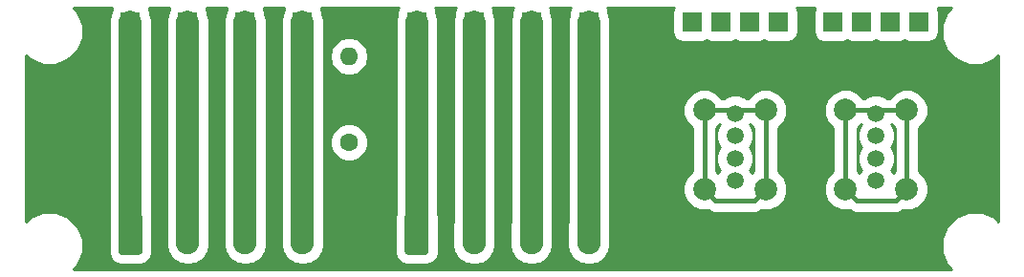
<source format=gbl>
G04 #@! TF.GenerationSoftware,KiCad,Pcbnew,(5.0.2)-1*
G04 #@! TF.CreationDate,2020-01-05T18:08:36+01:00*
G04 #@! TF.ProjectId,EleLab_v2_Frontpanel_a,456c654c-6162-45f7-9632-5f46726f6e74,rev?*
G04 #@! TF.SameCoordinates,Original*
G04 #@! TF.FileFunction,Copper,L2,Bot*
G04 #@! TF.FilePolarity,Positive*
%FSLAX46Y46*%
G04 Gerber Fmt 4.6, Leading zero omitted, Abs format (unit mm)*
G04 Created by KiCad (PCBNEW (5.0.2)-1) date 05/01/2020 18:08:36*
%MOMM*%
%LPD*%
G01*
G04 APERTURE LIST*
G04 #@! TA.AperFunction,ComponentPad*
%ADD10O,2.080000X3.600000*%
G04 #@! TD*
G04 #@! TA.AperFunction,Conductor*
%ADD11C,0.100000*%
G04 #@! TD*
G04 #@! TA.AperFunction,ComponentPad*
%ADD12C,2.080000*%
G04 #@! TD*
G04 #@! TA.AperFunction,ComponentPad*
%ADD13C,1.500000*%
G04 #@! TD*
G04 #@! TA.AperFunction,ComponentPad*
%ADD14C,2.000000*%
G04 #@! TD*
G04 #@! TA.AperFunction,ComponentPad*
%ADD15R,1.700000X1.700000*%
G04 #@! TD*
G04 #@! TA.AperFunction,ComponentPad*
%ADD16C,1.600000*%
G04 #@! TD*
G04 #@! TA.AperFunction,ComponentPad*
%ADD17O,1.600000X1.600000*%
G04 #@! TD*
G04 #@! TA.AperFunction,Conductor*
%ADD18C,2.000000*%
G04 #@! TD*
G04 #@! TA.AperFunction,Conductor*
%ADD19C,0.400000*%
G04 #@! TD*
G04 #@! TA.AperFunction,NonConductor*
%ADD20C,0.254000*%
G04 #@! TD*
G04 APERTURE END LIST*
D10*
G04 #@! TO.P,J1,4*
G04 #@! TO.N,Net-(J1-Pad4)*
X96425000Y-95000000D03*
G04 #@! TO.P,J1,3*
G04 #@! TO.N,Net-(J1-Pad3)*
X91345000Y-95000000D03*
G04 #@! TO.P,J1,2*
G04 #@! TO.N,Net-(J1-Pad2)*
X86265000Y-95000000D03*
D11*
G04 #@! TD*
G04 #@! TO.N,Net-(J1-Pad1)*
G04 #@! TO.C,J1*
G36*
X81999505Y-93201204D02*
X82023773Y-93204804D01*
X82047572Y-93210765D01*
X82070671Y-93219030D01*
X82092850Y-93229520D01*
X82113893Y-93242132D01*
X82133599Y-93256747D01*
X82151777Y-93273223D01*
X82168253Y-93291401D01*
X82182868Y-93311107D01*
X82195480Y-93332150D01*
X82205970Y-93354329D01*
X82214235Y-93377428D01*
X82220196Y-93401227D01*
X82223796Y-93425495D01*
X82225000Y-93449999D01*
X82225000Y-96550001D01*
X82223796Y-96574505D01*
X82220196Y-96598773D01*
X82214235Y-96622572D01*
X82205970Y-96645671D01*
X82195480Y-96667850D01*
X82182868Y-96688893D01*
X82168253Y-96708599D01*
X82151777Y-96726777D01*
X82133599Y-96743253D01*
X82113893Y-96757868D01*
X82092850Y-96770480D01*
X82070671Y-96780970D01*
X82047572Y-96789235D01*
X82023773Y-96795196D01*
X81999505Y-96798796D01*
X81975001Y-96800000D01*
X80394999Y-96800000D01*
X80370495Y-96798796D01*
X80346227Y-96795196D01*
X80322428Y-96789235D01*
X80299329Y-96780970D01*
X80277150Y-96770480D01*
X80256107Y-96757868D01*
X80236401Y-96743253D01*
X80218223Y-96726777D01*
X80201747Y-96708599D01*
X80187132Y-96688893D01*
X80174520Y-96667850D01*
X80164030Y-96645671D01*
X80155765Y-96622572D01*
X80149804Y-96598773D01*
X80146204Y-96574505D01*
X80145000Y-96550001D01*
X80145000Y-93449999D01*
X80146204Y-93425495D01*
X80149804Y-93401227D01*
X80155765Y-93377428D01*
X80164030Y-93354329D01*
X80174520Y-93332150D01*
X80187132Y-93311107D01*
X80201747Y-93291401D01*
X80218223Y-93273223D01*
X80236401Y-93256747D01*
X80256107Y-93242132D01*
X80277150Y-93229520D01*
X80299329Y-93219030D01*
X80322428Y-93210765D01*
X80346227Y-93204804D01*
X80370495Y-93201204D01*
X80394999Y-93200000D01*
X81975001Y-93200000D01*
X81999505Y-93201204D01*
X81999505Y-93201204D01*
G37*
D12*
G04 #@! TO.P,J1,1*
G04 #@! TO.N,Net-(J1-Pad1)*
X81185000Y-95000000D03*
G04 #@! TD*
D11*
G04 #@! TO.N,Net-(J2-Pad1)*
G04 #@! TO.C,J2*
G36*
X107344505Y-93201204D02*
X107368773Y-93204804D01*
X107392572Y-93210765D01*
X107415671Y-93219030D01*
X107437850Y-93229520D01*
X107458893Y-93242132D01*
X107478599Y-93256747D01*
X107496777Y-93273223D01*
X107513253Y-93291401D01*
X107527868Y-93311107D01*
X107540480Y-93332150D01*
X107550970Y-93354329D01*
X107559235Y-93377428D01*
X107565196Y-93401227D01*
X107568796Y-93425495D01*
X107570000Y-93449999D01*
X107570000Y-96550001D01*
X107568796Y-96574505D01*
X107565196Y-96598773D01*
X107559235Y-96622572D01*
X107550970Y-96645671D01*
X107540480Y-96667850D01*
X107527868Y-96688893D01*
X107513253Y-96708599D01*
X107496777Y-96726777D01*
X107478599Y-96743253D01*
X107458893Y-96757868D01*
X107437850Y-96770480D01*
X107415671Y-96780970D01*
X107392572Y-96789235D01*
X107368773Y-96795196D01*
X107344505Y-96798796D01*
X107320001Y-96800000D01*
X105739999Y-96800000D01*
X105715495Y-96798796D01*
X105691227Y-96795196D01*
X105667428Y-96789235D01*
X105644329Y-96780970D01*
X105622150Y-96770480D01*
X105601107Y-96757868D01*
X105581401Y-96743253D01*
X105563223Y-96726777D01*
X105546747Y-96708599D01*
X105532132Y-96688893D01*
X105519520Y-96667850D01*
X105509030Y-96645671D01*
X105500765Y-96622572D01*
X105494804Y-96598773D01*
X105491204Y-96574505D01*
X105490000Y-96550001D01*
X105490000Y-93449999D01*
X105491204Y-93425495D01*
X105494804Y-93401227D01*
X105500765Y-93377428D01*
X105509030Y-93354329D01*
X105519520Y-93332150D01*
X105532132Y-93311107D01*
X105546747Y-93291401D01*
X105563223Y-93273223D01*
X105581401Y-93256747D01*
X105601107Y-93242132D01*
X105622150Y-93229520D01*
X105644329Y-93219030D01*
X105667428Y-93210765D01*
X105691227Y-93204804D01*
X105715495Y-93201204D01*
X105739999Y-93200000D01*
X107320001Y-93200000D01*
X107344505Y-93201204D01*
X107344505Y-93201204D01*
G37*
D12*
G04 #@! TD*
G04 #@! TO.P,J2,1*
G04 #@! TO.N,Net-(J2-Pad1)*
X106530000Y-95000000D03*
D10*
G04 #@! TO.P,J2,2*
G04 #@! TO.N,Net-(J10-Pad1)*
X111610000Y-95000000D03*
G04 #@! TO.P,J2,3*
G04 #@! TO.N,Net-(J11-Pad1)*
X116690000Y-95000000D03*
G04 #@! TO.P,J2,4*
G04 #@! TO.N,Net-(J12-Pad1)*
X121770000Y-95000000D03*
G04 #@! TD*
D13*
G04 #@! TO.P,J3,4*
G04 #@! TO.N,Net-(J16-Pad1)*
X134720000Y-84270000D03*
G04 #@! TO.P,J3,3*
G04 #@! TO.N,Net-(J14-Pad1)*
X134720000Y-86270000D03*
G04 #@! TO.P,J3,2*
G04 #@! TO.N,Net-(J15-Pad1)*
X134720000Y-88270000D03*
G04 #@! TO.P,J3,1*
G04 #@! TO.N,Net-(F1-Pad1)*
X134720000Y-90270000D03*
D14*
G04 #@! TO.P,J3,5*
G04 #@! TO.N,Net-(J16-Pad1)*
X137440000Y-84000000D03*
X132000000Y-84000000D03*
X137440000Y-91000000D03*
X132000000Y-91000000D03*
G04 #@! TD*
G04 #@! TO.P,J4,5*
G04 #@! TO.N,Net-(J20-Pad1)*
X144500000Y-91000000D03*
X149940000Y-91000000D03*
X144500000Y-84000000D03*
X149940000Y-84000000D03*
D13*
G04 #@! TO.P,J4,1*
G04 #@! TO.N,Net-(F2-Pad1)*
X147220000Y-90270000D03*
G04 #@! TO.P,J4,2*
G04 #@! TO.N,Net-(J19-Pad1)*
X147220000Y-88270000D03*
G04 #@! TO.P,J4,3*
G04 #@! TO.N,Net-(J18-Pad1)*
X147220000Y-86270000D03*
G04 #@! TO.P,J4,4*
G04 #@! TO.N,Net-(J20-Pad1)*
X147220000Y-84270000D03*
G04 #@! TD*
D15*
G04 #@! TO.P,J5,1*
G04 #@! TO.N,Net-(J1-Pad1)*
X81185000Y-76200000D03*
G04 #@! TD*
G04 #@! TO.P,J6,1*
G04 #@! TO.N,Net-(J1-Pad2)*
X86265000Y-76200000D03*
G04 #@! TD*
G04 #@! TO.P,J7,1*
G04 #@! TO.N,Net-(J1-Pad3)*
X91345000Y-76200000D03*
G04 #@! TD*
G04 #@! TO.P,J8,1*
G04 #@! TO.N,Net-(J1-Pad4)*
X96425000Y-76200000D03*
G04 #@! TD*
G04 #@! TO.P,J9,1*
G04 #@! TO.N,Net-(J2-Pad1)*
X106530000Y-76200000D03*
G04 #@! TD*
G04 #@! TO.P,J10,1*
G04 #@! TO.N,Net-(J10-Pad1)*
X111610000Y-76200000D03*
G04 #@! TD*
G04 #@! TO.P,J11,1*
G04 #@! TO.N,Net-(J11-Pad1)*
X116690000Y-76200000D03*
G04 #@! TD*
G04 #@! TO.P,J12,1*
G04 #@! TO.N,Net-(J12-Pad1)*
X121770000Y-76200000D03*
G04 #@! TD*
G04 #@! TO.P,J13,1*
G04 #@! TO.N,Net-(F1-Pad2)*
X130930000Y-76200000D03*
G04 #@! TD*
G04 #@! TO.P,J14,1*
G04 #@! TO.N,Net-(J14-Pad1)*
X133470000Y-76200000D03*
G04 #@! TD*
G04 #@! TO.P,J15,1*
G04 #@! TO.N,Net-(J15-Pad1)*
X136010000Y-76200000D03*
G04 #@! TD*
G04 #@! TO.P,J16,1*
G04 #@! TO.N,Net-(J16-Pad1)*
X138550000Y-76200000D03*
G04 #@! TD*
G04 #@! TO.P,J17,1*
G04 #@! TO.N,Net-(F2-Pad2)*
X143416000Y-76200000D03*
G04 #@! TD*
G04 #@! TO.P,J18,1*
G04 #@! TO.N,Net-(J18-Pad1)*
X145956000Y-76200000D03*
G04 #@! TD*
G04 #@! TO.P,J19,1*
G04 #@! TO.N,Net-(J19-Pad1)*
X148496000Y-76200000D03*
G04 #@! TD*
G04 #@! TO.P,J20,1*
G04 #@! TO.N,Net-(J20-Pad1)*
X151036000Y-76200000D03*
G04 #@! TD*
D16*
G04 #@! TO.P,LO_1,2*
G04 #@! TO.N,N/C*
X100534800Y-86835400D03*
D17*
G04 #@! TO.P,LO_1,1*
X100534800Y-79215400D03*
G04 #@! TD*
D18*
G04 #@! TO.N,Net-(J1-Pad4)*
X96425000Y-76200000D02*
X96425000Y-95000000D01*
G04 #@! TO.N,Net-(J1-Pad3)*
X91345000Y-95000000D02*
X91345000Y-76200000D01*
G04 #@! TO.N,Net-(J1-Pad2)*
X86265000Y-76200000D02*
X86265000Y-95000000D01*
G04 #@! TO.N,Net-(J1-Pad1)*
X81185000Y-95000000D02*
X81185000Y-76200000D01*
G04 #@! TO.N,Net-(J2-Pad1)*
X106530000Y-76200000D02*
X106530000Y-95000000D01*
G04 #@! TO.N,Net-(J10-Pad1)*
X111610000Y-95000000D02*
X111610000Y-76200000D01*
G04 #@! TO.N,Net-(J11-Pad1)*
X116690000Y-76200000D02*
X116690000Y-95000000D01*
G04 #@! TO.N,Net-(J12-Pad1)*
X121770000Y-95000000D02*
X121770000Y-76200000D01*
D19*
G04 #@! TO.N,Net-(J16-Pad1)*
X132000000Y-89585787D02*
X132000000Y-84000000D01*
X132000000Y-91000000D02*
X132000000Y-89585787D01*
X136440001Y-91999999D02*
X137440000Y-91000000D01*
X132000000Y-91000000D02*
X132999999Y-91999999D01*
X132999999Y-91999999D02*
X136440001Y-91999999D01*
X137440000Y-84000000D02*
X137440000Y-91000000D01*
X134450000Y-84000000D02*
X134720000Y-84270000D01*
X132000000Y-84000000D02*
X134450000Y-84000000D01*
X134990000Y-84000000D02*
X134720000Y-84270000D01*
X137440000Y-84000000D02*
X134990000Y-84000000D01*
G04 #@! TO.N,Net-(J20-Pad1)*
X146950000Y-84000000D02*
X147220000Y-84270000D01*
X144500000Y-84000000D02*
X146950000Y-84000000D01*
X147490000Y-84000000D02*
X147220000Y-84270000D01*
X149940000Y-84000000D02*
X147490000Y-84000000D01*
X149940000Y-85414213D02*
X149940000Y-91000000D01*
X149940000Y-84000000D02*
X149940000Y-85414213D01*
X148940001Y-91999999D02*
X149940000Y-91000000D01*
X144500000Y-91000000D02*
X145499999Y-91999999D01*
X145499999Y-91999999D02*
X148940001Y-91999999D01*
X144500000Y-84000000D02*
X144500000Y-91000000D01*
G04 #@! TD*
D20*
G36*
X79508884Y-75007812D02*
X79440819Y-75350000D01*
X79440819Y-75431843D01*
X79416906Y-75467631D01*
X79308001Y-76015134D01*
X79308000Y-93162532D01*
X79250819Y-93449999D01*
X79250819Y-96550001D01*
X79337915Y-96987860D01*
X79585942Y-97359058D01*
X79957140Y-97607085D01*
X80394999Y-97694181D01*
X81975001Y-97694181D01*
X82412860Y-97607085D01*
X82784058Y-97359058D01*
X83032085Y-96987860D01*
X83119181Y-96550001D01*
X83119181Y-93449999D01*
X83062000Y-93162532D01*
X83062000Y-76015134D01*
X82953095Y-75467631D01*
X82929181Y-75431841D01*
X82929181Y-75350000D01*
X82861116Y-75007812D01*
X82807119Y-74927000D01*
X84642881Y-74927000D01*
X84588884Y-75007812D01*
X84520819Y-75350000D01*
X84520819Y-75431842D01*
X84496905Y-75467632D01*
X84388000Y-76015135D01*
X84388001Y-93850097D01*
X84348000Y-94051195D01*
X84348000Y-95948806D01*
X84459227Y-96507976D01*
X84882921Y-97142080D01*
X85517025Y-97565774D01*
X86265000Y-97714556D01*
X87012976Y-97565774D01*
X87647080Y-97142080D01*
X88070774Y-96507976D01*
X88182000Y-95948805D01*
X88182000Y-94051194D01*
X88142000Y-93850101D01*
X88142000Y-76015134D01*
X88033095Y-75467631D01*
X88009181Y-75431841D01*
X88009181Y-75350000D01*
X87941116Y-75007812D01*
X87887119Y-74927000D01*
X89722881Y-74927000D01*
X89668884Y-75007812D01*
X89600819Y-75350000D01*
X89600819Y-75431843D01*
X89576906Y-75467631D01*
X89468001Y-76015134D01*
X89468000Y-93850101D01*
X89428000Y-94051195D01*
X89428000Y-95948806D01*
X89539227Y-96507976D01*
X89962921Y-97142080D01*
X90597025Y-97565774D01*
X91345000Y-97714556D01*
X92092976Y-97565774D01*
X92727080Y-97142080D01*
X93150774Y-96507976D01*
X93262000Y-95948805D01*
X93262000Y-94051194D01*
X93222000Y-93850101D01*
X93222000Y-76015134D01*
X93113095Y-75467631D01*
X93089181Y-75431841D01*
X93089181Y-75350000D01*
X93021116Y-75007812D01*
X92967119Y-74927000D01*
X94802881Y-74927000D01*
X94748884Y-75007812D01*
X94680819Y-75350000D01*
X94680819Y-75431842D01*
X94656905Y-75467632D01*
X94548000Y-76015135D01*
X94548001Y-93850097D01*
X94508000Y-94051195D01*
X94508000Y-95948806D01*
X94619227Y-96507976D01*
X95042921Y-97142080D01*
X95677025Y-97565774D01*
X96425000Y-97714556D01*
X97172976Y-97565774D01*
X97807080Y-97142080D01*
X98230774Y-96507976D01*
X98342000Y-95948805D01*
X98342000Y-94051194D01*
X98302000Y-93850101D01*
X98302000Y-86501824D01*
X98857800Y-86501824D01*
X98857800Y-87168976D01*
X99113108Y-87785344D01*
X99584856Y-88257092D01*
X100201224Y-88512400D01*
X100868376Y-88512400D01*
X101484744Y-88257092D01*
X101956492Y-87785344D01*
X102211800Y-87168976D01*
X102211800Y-86501824D01*
X101956492Y-85885456D01*
X101484744Y-85413708D01*
X100868376Y-85158400D01*
X100201224Y-85158400D01*
X99584856Y-85413708D01*
X99113108Y-85885456D01*
X98857800Y-86501824D01*
X98302000Y-86501824D01*
X98302000Y-79215400D01*
X98824946Y-79215400D01*
X98955101Y-79869733D01*
X99325751Y-80424449D01*
X99880467Y-80795099D01*
X100369632Y-80892400D01*
X100699968Y-80892400D01*
X101189133Y-80795099D01*
X101743849Y-80424449D01*
X102114499Y-79869733D01*
X102244654Y-79215400D01*
X102114499Y-78561067D01*
X101743849Y-78006351D01*
X101189133Y-77635701D01*
X100699968Y-77538400D01*
X100369632Y-77538400D01*
X99880467Y-77635701D01*
X99325751Y-78006351D01*
X98955101Y-78561067D01*
X98824946Y-79215400D01*
X98302000Y-79215400D01*
X98302000Y-76015134D01*
X98193095Y-75467631D01*
X98169181Y-75431841D01*
X98169181Y-75350000D01*
X98101116Y-75007812D01*
X98047119Y-74927000D01*
X104907881Y-74927000D01*
X104853884Y-75007812D01*
X104785819Y-75350000D01*
X104785819Y-75431842D01*
X104761905Y-75467632D01*
X104653000Y-76015135D01*
X104653001Y-93162528D01*
X104595819Y-93449999D01*
X104595819Y-96550001D01*
X104682915Y-96987860D01*
X104930942Y-97359058D01*
X105302140Y-97607085D01*
X105739999Y-97694181D01*
X107320001Y-97694181D01*
X107757860Y-97607085D01*
X108129058Y-97359058D01*
X108377085Y-96987860D01*
X108464181Y-96550001D01*
X108464181Y-93449999D01*
X108407000Y-93162532D01*
X108407000Y-76015134D01*
X108298095Y-75467631D01*
X108274181Y-75431841D01*
X108274181Y-75350000D01*
X108206116Y-75007812D01*
X108152119Y-74927000D01*
X109987881Y-74927000D01*
X109933884Y-75007812D01*
X109865819Y-75350000D01*
X109865819Y-75431843D01*
X109841906Y-75467631D01*
X109733001Y-76015134D01*
X109733000Y-93850101D01*
X109693000Y-94051195D01*
X109693000Y-95948806D01*
X109804227Y-96507976D01*
X110227921Y-97142080D01*
X110862025Y-97565774D01*
X111610000Y-97714556D01*
X112357976Y-97565774D01*
X112992080Y-97142080D01*
X113415774Y-96507976D01*
X113527000Y-95948805D01*
X113527000Y-94051194D01*
X113487000Y-93850101D01*
X113487000Y-76015134D01*
X113378095Y-75467631D01*
X113354181Y-75431841D01*
X113354181Y-75350000D01*
X113286116Y-75007812D01*
X113232119Y-74927000D01*
X115067881Y-74927000D01*
X115013884Y-75007812D01*
X114945819Y-75350000D01*
X114945819Y-75431842D01*
X114921905Y-75467632D01*
X114813000Y-76015135D01*
X114813001Y-93850097D01*
X114773000Y-94051195D01*
X114773000Y-95948806D01*
X114884227Y-96507976D01*
X115307921Y-97142080D01*
X115942025Y-97565774D01*
X116690000Y-97714556D01*
X117437976Y-97565774D01*
X118072080Y-97142080D01*
X118495774Y-96507976D01*
X118607000Y-95948805D01*
X118607000Y-94051194D01*
X118567000Y-93850101D01*
X118567000Y-76015134D01*
X118458095Y-75467631D01*
X118434181Y-75431841D01*
X118434181Y-75350000D01*
X118366116Y-75007812D01*
X118312119Y-74927000D01*
X120147881Y-74927000D01*
X120093884Y-75007812D01*
X120025819Y-75350000D01*
X120025819Y-75431843D01*
X120001906Y-75467631D01*
X119893001Y-76015134D01*
X119893000Y-93850101D01*
X119853000Y-94051195D01*
X119853000Y-95948806D01*
X119964227Y-96507976D01*
X120387921Y-97142080D01*
X121022025Y-97565774D01*
X121770000Y-97714556D01*
X122517976Y-97565774D01*
X123152080Y-97142080D01*
X123575774Y-96507976D01*
X123687000Y-95948805D01*
X123687000Y-94051194D01*
X123647000Y-93850101D01*
X123647000Y-83626641D01*
X130123000Y-83626641D01*
X130123000Y-84373359D01*
X130408756Y-85063235D01*
X130923001Y-85577480D01*
X130923000Y-89422521D01*
X130408756Y-89936765D01*
X130123000Y-90626641D01*
X130123000Y-91373359D01*
X130408756Y-92063235D01*
X130936765Y-92591244D01*
X131626641Y-92877000D01*
X132373359Y-92877000D01*
X132373740Y-92876842D01*
X132452983Y-92929790D01*
X132579775Y-93014510D01*
X132893927Y-93076999D01*
X132893932Y-93076999D01*
X132999998Y-93098097D01*
X133106065Y-93076999D01*
X136333935Y-93076999D01*
X136440001Y-93098097D01*
X136546067Y-93076999D01*
X136546073Y-93076999D01*
X136860225Y-93014510D01*
X137066260Y-92876842D01*
X137066641Y-92877000D01*
X137813359Y-92877000D01*
X138503235Y-92591244D01*
X139031244Y-92063235D01*
X139317000Y-91373359D01*
X139317000Y-90626641D01*
X139031244Y-89936765D01*
X138517000Y-89422521D01*
X138517000Y-85577479D01*
X139031244Y-85063235D01*
X139317000Y-84373359D01*
X139317000Y-83626641D01*
X142623000Y-83626641D01*
X142623000Y-84373359D01*
X142908756Y-85063235D01*
X143423000Y-85577479D01*
X143423001Y-89422520D01*
X142908756Y-89936765D01*
X142623000Y-90626641D01*
X142623000Y-91373359D01*
X142908756Y-92063235D01*
X143436765Y-92591244D01*
X144126641Y-92877000D01*
X144873359Y-92877000D01*
X144873740Y-92876842D01*
X144952983Y-92929790D01*
X145079775Y-93014510D01*
X145393927Y-93076999D01*
X145393932Y-93076999D01*
X145499998Y-93098097D01*
X145606065Y-93076999D01*
X148833935Y-93076999D01*
X148940001Y-93098097D01*
X149046067Y-93076999D01*
X149046073Y-93076999D01*
X149360225Y-93014510D01*
X149566260Y-92876842D01*
X149566641Y-92877000D01*
X150313359Y-92877000D01*
X151003235Y-92591244D01*
X151531244Y-92063235D01*
X151817000Y-91373359D01*
X151817000Y-90626641D01*
X151531244Y-89936765D01*
X151017000Y-89422521D01*
X151017000Y-85577479D01*
X151531244Y-85063235D01*
X151817000Y-84373359D01*
X151817000Y-83626641D01*
X151531244Y-82936765D01*
X151003235Y-82408756D01*
X150313359Y-82123000D01*
X149566641Y-82123000D01*
X148876765Y-82408756D01*
X148362521Y-82923000D01*
X148173926Y-82923000D01*
X148141622Y-82890696D01*
X147543630Y-82643000D01*
X146896370Y-82643000D01*
X146298378Y-82890696D01*
X146266074Y-82923000D01*
X146077479Y-82923000D01*
X145563235Y-82408756D01*
X144873359Y-82123000D01*
X144126641Y-82123000D01*
X143436765Y-82408756D01*
X142908756Y-82936765D01*
X142623000Y-83626641D01*
X139317000Y-83626641D01*
X139031244Y-82936765D01*
X138503235Y-82408756D01*
X137813359Y-82123000D01*
X137066641Y-82123000D01*
X136376765Y-82408756D01*
X135862521Y-82923000D01*
X135673926Y-82923000D01*
X135641622Y-82890696D01*
X135043630Y-82643000D01*
X134396370Y-82643000D01*
X133798378Y-82890696D01*
X133766074Y-82923000D01*
X133577479Y-82923000D01*
X133063235Y-82408756D01*
X132373359Y-82123000D01*
X131626641Y-82123000D01*
X130936765Y-82408756D01*
X130408756Y-82936765D01*
X130123000Y-83626641D01*
X123647000Y-83626641D01*
X123647000Y-76015134D01*
X123538095Y-75467631D01*
X123514181Y-75431841D01*
X123514181Y-75350000D01*
X123446116Y-75007812D01*
X123392119Y-74927000D01*
X129307881Y-74927000D01*
X129253884Y-75007812D01*
X129185819Y-75350000D01*
X129185819Y-77050000D01*
X129253884Y-77392188D01*
X129447719Y-77682281D01*
X129737812Y-77876116D01*
X130080000Y-77944181D01*
X131780000Y-77944181D01*
X132122188Y-77876116D01*
X132200000Y-77824123D01*
X132277812Y-77876116D01*
X132620000Y-77944181D01*
X134320000Y-77944181D01*
X134662188Y-77876116D01*
X134740000Y-77824123D01*
X134817812Y-77876116D01*
X135160000Y-77944181D01*
X136860000Y-77944181D01*
X137202188Y-77876116D01*
X137280000Y-77824123D01*
X137357812Y-77876116D01*
X137700000Y-77944181D01*
X139400000Y-77944181D01*
X139742188Y-77876116D01*
X140032281Y-77682281D01*
X140226116Y-77392188D01*
X140294181Y-77050000D01*
X140294181Y-75350000D01*
X140226116Y-75007812D01*
X140172119Y-74927000D01*
X141793881Y-74927000D01*
X141739884Y-75007812D01*
X141671819Y-75350000D01*
X141671819Y-77050000D01*
X141739884Y-77392188D01*
X141933719Y-77682281D01*
X142223812Y-77876116D01*
X142566000Y-77944181D01*
X144266000Y-77944181D01*
X144608188Y-77876116D01*
X144686000Y-77824123D01*
X144763812Y-77876116D01*
X145106000Y-77944181D01*
X146806000Y-77944181D01*
X147148188Y-77876116D01*
X147226000Y-77824123D01*
X147303812Y-77876116D01*
X147646000Y-77944181D01*
X149346000Y-77944181D01*
X149688188Y-77876116D01*
X149766000Y-77824123D01*
X149843812Y-77876116D01*
X150186000Y-77944181D01*
X151886000Y-77944181D01*
X152228188Y-77876116D01*
X152518281Y-77682281D01*
X152712116Y-77392188D01*
X152780181Y-77050000D01*
X152780181Y-75350000D01*
X152712116Y-75007812D01*
X152658119Y-74927000D01*
X153862886Y-74927000D01*
X153476221Y-75313665D01*
X153023000Y-76407838D01*
X153023000Y-77592162D01*
X153476221Y-78686335D01*
X154313665Y-79523779D01*
X155407838Y-79977000D01*
X156592162Y-79977000D01*
X157686335Y-79523779D01*
X158073001Y-79137113D01*
X158073000Y-93862886D01*
X157686335Y-93476221D01*
X156592162Y-93023000D01*
X155407838Y-93023000D01*
X154313665Y-93476221D01*
X153476221Y-94313665D01*
X153023000Y-95407838D01*
X153023000Y-96592162D01*
X153476221Y-97686335D01*
X153862886Y-98073000D01*
X76137114Y-98073000D01*
X76523779Y-97686335D01*
X76977000Y-96592162D01*
X76977000Y-95407838D01*
X76523779Y-94313665D01*
X75686335Y-93476221D01*
X74592162Y-93023000D01*
X73407838Y-93023000D01*
X72313665Y-93476221D01*
X71927000Y-93862886D01*
X71927000Y-79137114D01*
X72313665Y-79523779D01*
X73407838Y-79977000D01*
X74592162Y-79977000D01*
X75686335Y-79523779D01*
X76523779Y-78686335D01*
X76977000Y-77592162D01*
X76977000Y-76407838D01*
X76523779Y-75313665D01*
X76137114Y-74927000D01*
X79562881Y-74927000D01*
X79508884Y-75007812D01*
X79508884Y-75007812D01*
G37*
X79508884Y-75007812D02*
X79440819Y-75350000D01*
X79440819Y-75431843D01*
X79416906Y-75467631D01*
X79308001Y-76015134D01*
X79308000Y-93162532D01*
X79250819Y-93449999D01*
X79250819Y-96550001D01*
X79337915Y-96987860D01*
X79585942Y-97359058D01*
X79957140Y-97607085D01*
X80394999Y-97694181D01*
X81975001Y-97694181D01*
X82412860Y-97607085D01*
X82784058Y-97359058D01*
X83032085Y-96987860D01*
X83119181Y-96550001D01*
X83119181Y-93449999D01*
X83062000Y-93162532D01*
X83062000Y-76015134D01*
X82953095Y-75467631D01*
X82929181Y-75431841D01*
X82929181Y-75350000D01*
X82861116Y-75007812D01*
X82807119Y-74927000D01*
X84642881Y-74927000D01*
X84588884Y-75007812D01*
X84520819Y-75350000D01*
X84520819Y-75431842D01*
X84496905Y-75467632D01*
X84388000Y-76015135D01*
X84388001Y-93850097D01*
X84348000Y-94051195D01*
X84348000Y-95948806D01*
X84459227Y-96507976D01*
X84882921Y-97142080D01*
X85517025Y-97565774D01*
X86265000Y-97714556D01*
X87012976Y-97565774D01*
X87647080Y-97142080D01*
X88070774Y-96507976D01*
X88182000Y-95948805D01*
X88182000Y-94051194D01*
X88142000Y-93850101D01*
X88142000Y-76015134D01*
X88033095Y-75467631D01*
X88009181Y-75431841D01*
X88009181Y-75350000D01*
X87941116Y-75007812D01*
X87887119Y-74927000D01*
X89722881Y-74927000D01*
X89668884Y-75007812D01*
X89600819Y-75350000D01*
X89600819Y-75431843D01*
X89576906Y-75467631D01*
X89468001Y-76015134D01*
X89468000Y-93850101D01*
X89428000Y-94051195D01*
X89428000Y-95948806D01*
X89539227Y-96507976D01*
X89962921Y-97142080D01*
X90597025Y-97565774D01*
X91345000Y-97714556D01*
X92092976Y-97565774D01*
X92727080Y-97142080D01*
X93150774Y-96507976D01*
X93262000Y-95948805D01*
X93262000Y-94051194D01*
X93222000Y-93850101D01*
X93222000Y-76015134D01*
X93113095Y-75467631D01*
X93089181Y-75431841D01*
X93089181Y-75350000D01*
X93021116Y-75007812D01*
X92967119Y-74927000D01*
X94802881Y-74927000D01*
X94748884Y-75007812D01*
X94680819Y-75350000D01*
X94680819Y-75431842D01*
X94656905Y-75467632D01*
X94548000Y-76015135D01*
X94548001Y-93850097D01*
X94508000Y-94051195D01*
X94508000Y-95948806D01*
X94619227Y-96507976D01*
X95042921Y-97142080D01*
X95677025Y-97565774D01*
X96425000Y-97714556D01*
X97172976Y-97565774D01*
X97807080Y-97142080D01*
X98230774Y-96507976D01*
X98342000Y-95948805D01*
X98342000Y-94051194D01*
X98302000Y-93850101D01*
X98302000Y-86501824D01*
X98857800Y-86501824D01*
X98857800Y-87168976D01*
X99113108Y-87785344D01*
X99584856Y-88257092D01*
X100201224Y-88512400D01*
X100868376Y-88512400D01*
X101484744Y-88257092D01*
X101956492Y-87785344D01*
X102211800Y-87168976D01*
X102211800Y-86501824D01*
X101956492Y-85885456D01*
X101484744Y-85413708D01*
X100868376Y-85158400D01*
X100201224Y-85158400D01*
X99584856Y-85413708D01*
X99113108Y-85885456D01*
X98857800Y-86501824D01*
X98302000Y-86501824D01*
X98302000Y-79215400D01*
X98824946Y-79215400D01*
X98955101Y-79869733D01*
X99325751Y-80424449D01*
X99880467Y-80795099D01*
X100369632Y-80892400D01*
X100699968Y-80892400D01*
X101189133Y-80795099D01*
X101743849Y-80424449D01*
X102114499Y-79869733D01*
X102244654Y-79215400D01*
X102114499Y-78561067D01*
X101743849Y-78006351D01*
X101189133Y-77635701D01*
X100699968Y-77538400D01*
X100369632Y-77538400D01*
X99880467Y-77635701D01*
X99325751Y-78006351D01*
X98955101Y-78561067D01*
X98824946Y-79215400D01*
X98302000Y-79215400D01*
X98302000Y-76015134D01*
X98193095Y-75467631D01*
X98169181Y-75431841D01*
X98169181Y-75350000D01*
X98101116Y-75007812D01*
X98047119Y-74927000D01*
X104907881Y-74927000D01*
X104853884Y-75007812D01*
X104785819Y-75350000D01*
X104785819Y-75431842D01*
X104761905Y-75467632D01*
X104653000Y-76015135D01*
X104653001Y-93162528D01*
X104595819Y-93449999D01*
X104595819Y-96550001D01*
X104682915Y-96987860D01*
X104930942Y-97359058D01*
X105302140Y-97607085D01*
X105739999Y-97694181D01*
X107320001Y-97694181D01*
X107757860Y-97607085D01*
X108129058Y-97359058D01*
X108377085Y-96987860D01*
X108464181Y-96550001D01*
X108464181Y-93449999D01*
X108407000Y-93162532D01*
X108407000Y-76015134D01*
X108298095Y-75467631D01*
X108274181Y-75431841D01*
X108274181Y-75350000D01*
X108206116Y-75007812D01*
X108152119Y-74927000D01*
X109987881Y-74927000D01*
X109933884Y-75007812D01*
X109865819Y-75350000D01*
X109865819Y-75431843D01*
X109841906Y-75467631D01*
X109733001Y-76015134D01*
X109733000Y-93850101D01*
X109693000Y-94051195D01*
X109693000Y-95948806D01*
X109804227Y-96507976D01*
X110227921Y-97142080D01*
X110862025Y-97565774D01*
X111610000Y-97714556D01*
X112357976Y-97565774D01*
X112992080Y-97142080D01*
X113415774Y-96507976D01*
X113527000Y-95948805D01*
X113527000Y-94051194D01*
X113487000Y-93850101D01*
X113487000Y-76015134D01*
X113378095Y-75467631D01*
X113354181Y-75431841D01*
X113354181Y-75350000D01*
X113286116Y-75007812D01*
X113232119Y-74927000D01*
X115067881Y-74927000D01*
X115013884Y-75007812D01*
X114945819Y-75350000D01*
X114945819Y-75431842D01*
X114921905Y-75467632D01*
X114813000Y-76015135D01*
X114813001Y-93850097D01*
X114773000Y-94051195D01*
X114773000Y-95948806D01*
X114884227Y-96507976D01*
X115307921Y-97142080D01*
X115942025Y-97565774D01*
X116690000Y-97714556D01*
X117437976Y-97565774D01*
X118072080Y-97142080D01*
X118495774Y-96507976D01*
X118607000Y-95948805D01*
X118607000Y-94051194D01*
X118567000Y-93850101D01*
X118567000Y-76015134D01*
X118458095Y-75467631D01*
X118434181Y-75431841D01*
X118434181Y-75350000D01*
X118366116Y-75007812D01*
X118312119Y-74927000D01*
X120147881Y-74927000D01*
X120093884Y-75007812D01*
X120025819Y-75350000D01*
X120025819Y-75431843D01*
X120001906Y-75467631D01*
X119893001Y-76015134D01*
X119893000Y-93850101D01*
X119853000Y-94051195D01*
X119853000Y-95948806D01*
X119964227Y-96507976D01*
X120387921Y-97142080D01*
X121022025Y-97565774D01*
X121770000Y-97714556D01*
X122517976Y-97565774D01*
X123152080Y-97142080D01*
X123575774Y-96507976D01*
X123687000Y-95948805D01*
X123687000Y-94051194D01*
X123647000Y-93850101D01*
X123647000Y-83626641D01*
X130123000Y-83626641D01*
X130123000Y-84373359D01*
X130408756Y-85063235D01*
X130923001Y-85577480D01*
X130923000Y-89422521D01*
X130408756Y-89936765D01*
X130123000Y-90626641D01*
X130123000Y-91373359D01*
X130408756Y-92063235D01*
X130936765Y-92591244D01*
X131626641Y-92877000D01*
X132373359Y-92877000D01*
X132373740Y-92876842D01*
X132452983Y-92929790D01*
X132579775Y-93014510D01*
X132893927Y-93076999D01*
X132893932Y-93076999D01*
X132999998Y-93098097D01*
X133106065Y-93076999D01*
X136333935Y-93076999D01*
X136440001Y-93098097D01*
X136546067Y-93076999D01*
X136546073Y-93076999D01*
X136860225Y-93014510D01*
X137066260Y-92876842D01*
X137066641Y-92877000D01*
X137813359Y-92877000D01*
X138503235Y-92591244D01*
X139031244Y-92063235D01*
X139317000Y-91373359D01*
X139317000Y-90626641D01*
X139031244Y-89936765D01*
X138517000Y-89422521D01*
X138517000Y-85577479D01*
X139031244Y-85063235D01*
X139317000Y-84373359D01*
X139317000Y-83626641D01*
X142623000Y-83626641D01*
X142623000Y-84373359D01*
X142908756Y-85063235D01*
X143423000Y-85577479D01*
X143423001Y-89422520D01*
X142908756Y-89936765D01*
X142623000Y-90626641D01*
X142623000Y-91373359D01*
X142908756Y-92063235D01*
X143436765Y-92591244D01*
X144126641Y-92877000D01*
X144873359Y-92877000D01*
X144873740Y-92876842D01*
X144952983Y-92929790D01*
X145079775Y-93014510D01*
X145393927Y-93076999D01*
X145393932Y-93076999D01*
X145499998Y-93098097D01*
X145606065Y-93076999D01*
X148833935Y-93076999D01*
X148940001Y-93098097D01*
X149046067Y-93076999D01*
X149046073Y-93076999D01*
X149360225Y-93014510D01*
X149566260Y-92876842D01*
X149566641Y-92877000D01*
X150313359Y-92877000D01*
X151003235Y-92591244D01*
X151531244Y-92063235D01*
X151817000Y-91373359D01*
X151817000Y-90626641D01*
X151531244Y-89936765D01*
X151017000Y-89422521D01*
X151017000Y-85577479D01*
X151531244Y-85063235D01*
X151817000Y-84373359D01*
X151817000Y-83626641D01*
X151531244Y-82936765D01*
X151003235Y-82408756D01*
X150313359Y-82123000D01*
X149566641Y-82123000D01*
X148876765Y-82408756D01*
X148362521Y-82923000D01*
X148173926Y-82923000D01*
X148141622Y-82890696D01*
X147543630Y-82643000D01*
X146896370Y-82643000D01*
X146298378Y-82890696D01*
X146266074Y-82923000D01*
X146077479Y-82923000D01*
X145563235Y-82408756D01*
X144873359Y-82123000D01*
X144126641Y-82123000D01*
X143436765Y-82408756D01*
X142908756Y-82936765D01*
X142623000Y-83626641D01*
X139317000Y-83626641D01*
X139031244Y-82936765D01*
X138503235Y-82408756D01*
X137813359Y-82123000D01*
X137066641Y-82123000D01*
X136376765Y-82408756D01*
X135862521Y-82923000D01*
X135673926Y-82923000D01*
X135641622Y-82890696D01*
X135043630Y-82643000D01*
X134396370Y-82643000D01*
X133798378Y-82890696D01*
X133766074Y-82923000D01*
X133577479Y-82923000D01*
X133063235Y-82408756D01*
X132373359Y-82123000D01*
X131626641Y-82123000D01*
X130936765Y-82408756D01*
X130408756Y-82936765D01*
X130123000Y-83626641D01*
X123647000Y-83626641D01*
X123647000Y-76015134D01*
X123538095Y-75467631D01*
X123514181Y-75431841D01*
X123514181Y-75350000D01*
X123446116Y-75007812D01*
X123392119Y-74927000D01*
X129307881Y-74927000D01*
X129253884Y-75007812D01*
X129185819Y-75350000D01*
X129185819Y-77050000D01*
X129253884Y-77392188D01*
X129447719Y-77682281D01*
X129737812Y-77876116D01*
X130080000Y-77944181D01*
X131780000Y-77944181D01*
X132122188Y-77876116D01*
X132200000Y-77824123D01*
X132277812Y-77876116D01*
X132620000Y-77944181D01*
X134320000Y-77944181D01*
X134662188Y-77876116D01*
X134740000Y-77824123D01*
X134817812Y-77876116D01*
X135160000Y-77944181D01*
X136860000Y-77944181D01*
X137202188Y-77876116D01*
X137280000Y-77824123D01*
X137357812Y-77876116D01*
X137700000Y-77944181D01*
X139400000Y-77944181D01*
X139742188Y-77876116D01*
X140032281Y-77682281D01*
X140226116Y-77392188D01*
X140294181Y-77050000D01*
X140294181Y-75350000D01*
X140226116Y-75007812D01*
X140172119Y-74927000D01*
X141793881Y-74927000D01*
X141739884Y-75007812D01*
X141671819Y-75350000D01*
X141671819Y-77050000D01*
X141739884Y-77392188D01*
X141933719Y-77682281D01*
X142223812Y-77876116D01*
X142566000Y-77944181D01*
X144266000Y-77944181D01*
X144608188Y-77876116D01*
X144686000Y-77824123D01*
X144763812Y-77876116D01*
X145106000Y-77944181D01*
X146806000Y-77944181D01*
X147148188Y-77876116D01*
X147226000Y-77824123D01*
X147303812Y-77876116D01*
X147646000Y-77944181D01*
X149346000Y-77944181D01*
X149688188Y-77876116D01*
X149766000Y-77824123D01*
X149843812Y-77876116D01*
X150186000Y-77944181D01*
X151886000Y-77944181D01*
X152228188Y-77876116D01*
X152518281Y-77682281D01*
X152712116Y-77392188D01*
X152780181Y-77050000D01*
X152780181Y-75350000D01*
X152712116Y-75007812D01*
X152658119Y-74927000D01*
X153862886Y-74927000D01*
X153476221Y-75313665D01*
X153023000Y-76407838D01*
X153023000Y-77592162D01*
X153476221Y-78686335D01*
X154313665Y-79523779D01*
X155407838Y-79977000D01*
X156592162Y-79977000D01*
X157686335Y-79523779D01*
X158073001Y-79137113D01*
X158073000Y-93862886D01*
X157686335Y-93476221D01*
X156592162Y-93023000D01*
X155407838Y-93023000D01*
X154313665Y-93476221D01*
X153476221Y-94313665D01*
X153023000Y-95407838D01*
X153023000Y-96592162D01*
X153476221Y-97686335D01*
X153862886Y-98073000D01*
X76137114Y-98073000D01*
X76523779Y-97686335D01*
X76977000Y-96592162D01*
X76977000Y-95407838D01*
X76523779Y-94313665D01*
X75686335Y-93476221D01*
X74592162Y-93023000D01*
X73407838Y-93023000D01*
X72313665Y-93476221D01*
X71927000Y-93862886D01*
X71927000Y-79137114D01*
X72313665Y-79523779D01*
X73407838Y-79977000D01*
X74592162Y-79977000D01*
X75686335Y-79523779D01*
X76523779Y-78686335D01*
X76977000Y-77592162D01*
X76977000Y-76407838D01*
X76523779Y-75313665D01*
X76137114Y-74927000D01*
X79562881Y-74927000D01*
X79508884Y-75007812D01*
G36*
X148863000Y-85577479D02*
X148863001Y-89422520D01*
X148698255Y-89587266D01*
X148599304Y-89348378D01*
X148520926Y-89270000D01*
X148599304Y-89191622D01*
X148847000Y-88593630D01*
X148847000Y-87946370D01*
X148599304Y-87348378D01*
X148520926Y-87270000D01*
X148599304Y-87191622D01*
X148847000Y-86593630D01*
X148847000Y-85946370D01*
X148599304Y-85348378D01*
X148520926Y-85270000D01*
X148538224Y-85252703D01*
X148863000Y-85577479D01*
X148863000Y-85577479D01*
G37*
X148863000Y-85577479D02*
X148863001Y-89422520D01*
X148698255Y-89587266D01*
X148599304Y-89348378D01*
X148520926Y-89270000D01*
X148599304Y-89191622D01*
X148847000Y-88593630D01*
X148847000Y-87946370D01*
X148599304Y-87348378D01*
X148520926Y-87270000D01*
X148599304Y-87191622D01*
X148847000Y-86593630D01*
X148847000Y-85946370D01*
X148599304Y-85348378D01*
X148520926Y-85270000D01*
X148538224Y-85252703D01*
X148863000Y-85577479D01*
G36*
X145919074Y-85270000D02*
X145840696Y-85348378D01*
X145593000Y-85946370D01*
X145593000Y-86593630D01*
X145840696Y-87191622D01*
X145919074Y-87270000D01*
X145840696Y-87348378D01*
X145593000Y-87946370D01*
X145593000Y-88593630D01*
X145840696Y-89191622D01*
X145919074Y-89270000D01*
X145840696Y-89348378D01*
X145741745Y-89587266D01*
X145577000Y-89422521D01*
X145577000Y-85577479D01*
X145901777Y-85252703D01*
X145919074Y-85270000D01*
X145919074Y-85270000D01*
G37*
X145919074Y-85270000D02*
X145840696Y-85348378D01*
X145593000Y-85946370D01*
X145593000Y-86593630D01*
X145840696Y-87191622D01*
X145919074Y-87270000D01*
X145840696Y-87348378D01*
X145593000Y-87946370D01*
X145593000Y-88593630D01*
X145840696Y-89191622D01*
X145919074Y-89270000D01*
X145840696Y-89348378D01*
X145741745Y-89587266D01*
X145577000Y-89422521D01*
X145577000Y-85577479D01*
X145901777Y-85252703D01*
X145919074Y-85270000D01*
G36*
X133419074Y-85270000D02*
X133340696Y-85348378D01*
X133093000Y-85946370D01*
X133093000Y-86593630D01*
X133340696Y-87191622D01*
X133419074Y-87270000D01*
X133340696Y-87348378D01*
X133093000Y-87946370D01*
X133093000Y-88593630D01*
X133340696Y-89191622D01*
X133419074Y-89270000D01*
X133340696Y-89348378D01*
X133241745Y-89587266D01*
X133077000Y-89422521D01*
X133077000Y-85577479D01*
X133401777Y-85252703D01*
X133419074Y-85270000D01*
X133419074Y-85270000D01*
G37*
X133419074Y-85270000D02*
X133340696Y-85348378D01*
X133093000Y-85946370D01*
X133093000Y-86593630D01*
X133340696Y-87191622D01*
X133419074Y-87270000D01*
X133340696Y-87348378D01*
X133093000Y-87946370D01*
X133093000Y-88593630D01*
X133340696Y-89191622D01*
X133419074Y-89270000D01*
X133340696Y-89348378D01*
X133241745Y-89587266D01*
X133077000Y-89422521D01*
X133077000Y-85577479D01*
X133401777Y-85252703D01*
X133419074Y-85270000D01*
G36*
X136363000Y-85577479D02*
X136363001Y-89422520D01*
X136198255Y-89587266D01*
X136099304Y-89348378D01*
X136020926Y-89270000D01*
X136099304Y-89191622D01*
X136347000Y-88593630D01*
X136347000Y-87946370D01*
X136099304Y-87348378D01*
X136020926Y-87270000D01*
X136099304Y-87191622D01*
X136347000Y-86593630D01*
X136347000Y-85946370D01*
X136099304Y-85348378D01*
X136020926Y-85270000D01*
X136038224Y-85252703D01*
X136363000Y-85577479D01*
X136363000Y-85577479D01*
G37*
X136363000Y-85577479D02*
X136363001Y-89422520D01*
X136198255Y-89587266D01*
X136099304Y-89348378D01*
X136020926Y-89270000D01*
X136099304Y-89191622D01*
X136347000Y-88593630D01*
X136347000Y-87946370D01*
X136099304Y-87348378D01*
X136020926Y-87270000D01*
X136099304Y-87191622D01*
X136347000Y-86593630D01*
X136347000Y-85946370D01*
X136099304Y-85348378D01*
X136020926Y-85270000D01*
X136038224Y-85252703D01*
X136363000Y-85577479D01*
M02*

</source>
